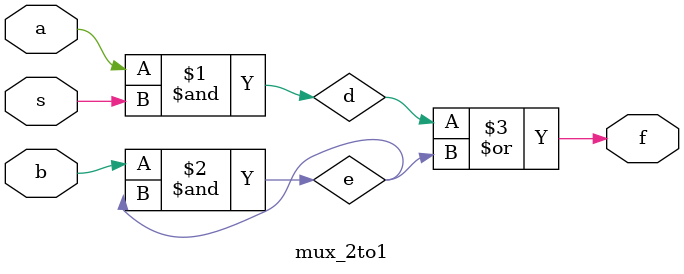
<source format=v>
module mux_2to1(a,b,s,f);
	input a,b,s;
	output f;
	
	wire c,d,e;
	not(c,s);
	and(d,a,s);
	and(e,b,e);
	
	or(f,d,e);
endmodule
</source>
